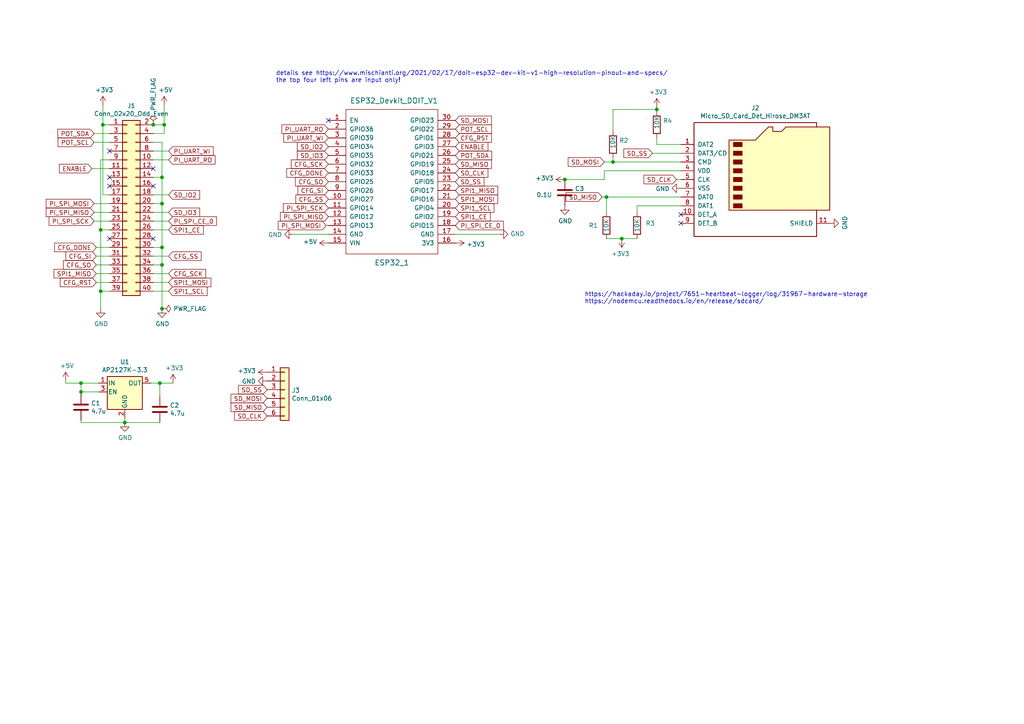
<source format=kicad_sch>
(kicad_sch (version 20211123) (generator eeschema)
  (paper "A4")
  (lib_symbols
    (symbol "Connector:Micro_SD_Card_Det_Hirose_DM3AT" (pin_names (offset 1.016))
      (property "Reference" "J" (at -16.51 17.78 0))
      (property "Value" "Micro_SD_Card_Det_Hirose_DM3AT" (at 16.51 17.78 0))
      (symbol "Micro_SD_Card_Det_Hirose_DM3AT_0_1"
        (rectangle (start -7.62 -6.985) (end -5.08 -8.255) (fill (type outline)))
        (rectangle (start -7.62 -4.445) (end -5.08 -5.715) (fill (type outline)))
        (rectangle (start -7.62 -1.905) (end -5.08 -3.175) (fill (type outline)))
        (rectangle (start -7.62 0.635) (end -5.08 -0.635) (fill (type outline)))
        (rectangle (start -7.62 3.175) (end -5.08 1.905) (fill (type outline)))
        (rectangle (start -7.62 5.715) (end -5.08 4.445) (fill (type outline)))
        (rectangle (start -7.62 8.255) (end -5.08 6.985) (fill (type outline)))
        (rectangle (start -7.62 10.795) (end -5.08 9.525) (fill (type outline)))
        (polyline (pts (xy 16.51 15.24) (xy 16.51 16.51) (xy -19.05 16.51) (xy -19.05 -16.51) (xy 16.51 -16.51) (xy 16.51 -8.89)) (stroke (width 0.254)))
        (polyline (pts (xy -8.89 -8.89) (xy -8.89 11.43) (xy -1.27 11.43) (xy 2.54 15.24) (xy 3.81 15.24) (xy 3.81 13.97) (xy 6.35 13.97) (xy 7.62 15.24) (xy 20.32 15.24) (xy 20.32 -8.89) (xy -8.89 -8.89)) (stroke (width 0.254)) (fill (type background)))
      )
      (symbol "Micro_SD_Card_Det_Hirose_DM3AT_1_1"
        (pin bidirectional line (at -22.86 10.16 0) (length 3.81) (name "DAT2") (number "1"))
        (pin passive line (at -22.86 -10.16 0) (length 3.81) (name "DET_A") (number "10"))
        (pin passive line (at 20.32 -12.7 180) (length 3.81) (name "SHIELD") (number "11"))
        (pin bidirectional line (at -22.86 7.62 0) (length 3.81) (name "DAT3/CD") (number "2"))
        (pin input line (at -22.86 5.08 0) (length 3.81) (name "CMD") (number "3"))
        (pin power_in line (at -22.86 2.54 0) (length 3.81) (name "VDD") (number "4"))
        (pin input line (at -22.86 0 0) (length 3.81) (name "CLK") (number "5"))
        (pin power_in line (at -22.86 -2.54 0) (length 3.81) (name "VSS") (number "6"))
        (pin bidirectional line (at -22.86 -5.08 0) (length 3.81) (name "DAT0") (number "7"))
        (pin bidirectional line (at -22.86 -7.62 0) (length 3.81) (name "DAT1") (number "8"))
        (pin passive line (at -22.86 -12.7 0) (length 3.81) (name "DET_B") (number "9"))
      )
    )
    (symbol "Connector_Generic:Conn_01x06" (pin_names (offset 1.016) hide)
      (property "Reference" "J" (at 0 7.62 0))
      (property "Value" "Conn_01x06" (at 0 -10.16 0))
      (symbol "Conn_01x06_1_1"
        (rectangle (start -1.27 -7.493) (end 0 -7.747) (stroke (width 0.1524)))
        (rectangle (start -1.27 -4.953) (end 0 -5.207) (stroke (width 0.1524)))
        (rectangle (start -1.27 -2.413) (end 0 -2.667) (stroke (width 0.1524)))
        (rectangle (start -1.27 0.127) (end 0 -0.127) (stroke (width 0.1524)))
        (rectangle (start -1.27 2.667) (end 0 2.413) (stroke (width 0.1524)))
        (rectangle (start -1.27 5.207) (end 0 4.953) (stroke (width 0.1524)))
        (rectangle (start -1.27 6.35) (end 1.27 -8.89) (stroke (width 0.254)) (fill (type background)))
        (pin passive line (at -5.08 5.08 0) (length 3.81) (name "Pin_1") (number "1"))
        (pin passive line (at -5.08 2.54 0) (length 3.81) (name "Pin_2") (number "2"))
        (pin passive line (at -5.08 0 0) (length 3.81) (name "Pin_3") (number "3"))
        (pin passive line (at -5.08 -2.54 0) (length 3.81) (name "Pin_4") (number "4"))
        (pin passive line (at -5.08 -5.08 0) (length 3.81) (name "Pin_5") (number "5"))
        (pin passive line (at -5.08 -7.62 0) (length 3.81) (name "Pin_6") (number "6"))
      )
    )
    (symbol "Connector_Generic:Conn_02x20_Odd_Even" (pin_names (offset 1.016) hide)
      (property "Reference" "J" (at 1.27 25.4 0))
      (property "Value" "Conn_02x20_Odd_Even" (at 1.27 -27.94 0))
      (symbol "Conn_02x20_Odd_Even_1_1"
        (rectangle (start -1.27 -25.273) (end 0 -25.527) (stroke (width 0.1524)))
        (rectangle (start -1.27 -22.733) (end 0 -22.987) (stroke (width 0.1524)))
        (rectangle (start -1.27 -20.193) (end 0 -20.447) (stroke (width 0.1524)))
        (rectangle (start -1.27 -17.653) (end 0 -17.907) (stroke (width 0.1524)))
        (rectangle (start -1.27 -15.113) (end 0 -15.367) (stroke (width 0.1524)))
        (rectangle (start -1.27 -12.573) (end 0 -12.827) (stroke (width 0.1524)))
        (rectangle (start -1.27 -10.033) (end 0 -10.287) (stroke (width 0.1524)))
        (rectangle (start -1.27 -7.493) (end 0 -7.747) (stroke (width 0.1524)))
        (rectangle (start -1.27 -4.953) (end 0 -5.207) (stroke (width 0.1524)))
        (rectangle (start -1.27 -2.413) (end 0 -2.667) (stroke (width 0.1524)))
        (rectangle (start -1.27 0.127) (end 0 -0.127) (stroke (width 0.1524)))
        (rectangle (start -1.27 2.667) (end 0 2.413) (stroke (width 0.1524)))
        (rectangle (start -1.27 5.207) (end 0 4.953) (stroke (width 0.1524)))
        (rectangle (start -1.27 7.747) (end 0 7.493) (stroke (width 0.1524)))
        (rectangle (start -1.27 10.287) (end 0 10.033) (stroke (width 0.1524)))
        (rectangle (start -1.27 12.827) (end 0 12.573) (stroke (width 0.1524)))
        (rectangle (start -1.27 15.367) (end 0 15.113) (stroke (width 0.1524)))
        (rectangle (start -1.27 17.907) (end 0 17.653) (stroke (width 0.1524)))
        (rectangle (start -1.27 20.447) (end 0 20.193) (stroke (width 0.1524)))
        (rectangle (start -1.27 22.987) (end 0 22.733) (stroke (width 0.1524)))
        (rectangle (start -1.27 24.13) (end 3.81 -26.67) (stroke (width 0.254)) (fill (type background)))
        (rectangle (start 3.81 -25.273) (end 2.54 -25.527) (stroke (width 0.1524)))
        (rectangle (start 3.81 -22.733) (end 2.54 -22.987) (stroke (width 0.1524)))
        (rectangle (start 3.81 -20.193) (end 2.54 -20.447) (stroke (width 0.1524)))
        (rectangle (start 3.81 -17.653) (end 2.54 -17.907) (stroke (width 0.1524)))
        (rectangle (start 3.81 -15.113) (end 2.54 -15.367) (stroke (width 0.1524)))
        (rectangle (start 3.81 -12.573) (end 2.54 -12.827) (stroke (width 0.1524)))
        (rectangle (start 3.81 -10.033) (end 2.54 -10.287) (stroke (width 0.1524)))
        (rectangle (start 3.81 -7.493) (end 2.54 -7.747) (stroke (width 0.1524)))
        (rectangle (start 3.81 -4.953) (end 2.54 -5.207) (stroke (width 0.1524)))
        (rectangle (start 3.81 -2.413) (end 2.54 -2.667) (stroke (width 0.1524)))
        (rectangle (start 3.81 0.127) (end 2.54 -0.127) (stroke (width 0.1524)))
        (rectangle (start 3.81 2.667) (end 2.54 2.413) (stroke (width 0.1524)))
        (rectangle (start 3.81 5.207) (end 2.54 4.953) (stroke (width 0.1524)))
        (rectangle (start 3.81 7.747) (end 2.54 7.493) (stroke (width 0.1524)))
        (rectangle (start 3.81 10.287) (end 2.54 10.033) (stroke (width 0.1524)))
        (rectangle (start 3.81 12.827) (end 2.54 12.573) (stroke (width 0.1524)))
        (rectangle (start 3.81 15.367) (end 2.54 15.113) (stroke (width 0.1524)))
        (rectangle (start 3.81 17.907) (end 2.54 17.653) (stroke (width 0.1524)))
        (rectangle (start 3.81 20.447) (end 2.54 20.193) (stroke (width 0.1524)))
        (rectangle (start 3.81 22.987) (end 2.54 22.733) (stroke (width 0.1524)))
        (pin passive line (at -5.08 22.86 0) (length 3.81) (name "Pin_1") (number "1"))
        (pin passive line (at 7.62 12.7 180) (length 3.81) (name "Pin_10") (number "10"))
        (pin passive line (at -5.08 10.16 0) (length 3.81) (name "Pin_11") (number "11"))
        (pin passive line (at 7.62 10.16 180) (length 3.81) (name "Pin_12") (number "12"))
        (pin passive line (at -5.08 7.62 0) (length 3.81) (name "Pin_13") (number "13"))
        (pin passive line (at 7.62 7.62 180) (length 3.81) (name "Pin_14") (number "14"))
        (pin passive line (at -5.08 5.08 0) (length 3.81) (name "Pin_15") (number "15"))
        (pin passive line (at 7.62 5.08 180) (length 3.81) (name "Pin_16") (number "16"))
        (pin passive line (at -5.08 2.54 0) (length 3.81) (name "Pin_17") (number "17"))
        (pin passive line (at 7.62 2.54 180) (length 3.81) (name "Pin_18") (number "18"))
        (pin passive line (at -5.08 0 0) (length 3.81) (name "Pin_19") (number "19"))
        (pin passive line (at 7.62 22.86 180) (length 3.81) (name "Pin_2") (number "2"))
        (pin passive line (at 7.62 0 180) (length 3.81) (name "Pin_20") (number "20"))
        (pin passive line (at -5.08 -2.54 0) (length 3.81) (name "Pin_21") (number "21"))
        (pin passive line (at 7.62 -2.54 180) (length 3.81) (name "Pin_22") (number "22"))
        (pin passive line (at -5.08 -5.08 0) (length 3.81) (name "Pin_23") (number "23"))
        (pin passive line (at 7.62 -5.08 180) (length 3.81) (name "Pin_24") (number "24"))
        (pin passive line (at -5.08 -7.62 0) (length 3.81) (name "Pin_25") (number "25"))
        (pin passive line (at 7.62 -7.62 180) (length 3.81) (name "Pin_26") (number "26"))
        (pin passive line (at -5.08 -10.16 0) (length 3.81) (name "Pin_27") (number "27"))
        (pin passive line (at 7.62 -10.16 180) (length 3.81) (name "Pin_28") (number "28"))
        (pin passive line (at -5.08 -12.7 0) (length 3.81) (name "Pin_29") (number "29"))
        (pin passive line (at -5.08 20.32 0) (length 3.81) (name "Pin_3") (number "3"))
        (pin passive line (at 7.62 -12.7 180) (length 3.81) (name "Pin_30") (number "30"))
        (pin passive line (at -5.08 -15.24 0) (length 3.81) (name "Pin_31") (number "31"))
        (pin passive line (at 7.62 -15.24 180) (length 3.81) (name "Pin_32") (number "32"))
        (pin passive line (at -5.08 -17.78 0) (length 3.81) (name "Pin_33") (number "33"))
        (pin passive line (at 7.62 -17.78 180) (length 3.81) (name "Pin_34") (number "34"))
        (pin passive line (at -5.08 -20.32 0) (length 3.81) (name "Pin_35") (number "35"))
        (pin passive line (at 7.62 -20.32 180) (length 3.81) (name "Pin_36") (number "36"))
        (pin passive line (at -5.08 -22.86 0) (length 3.81) (name "Pin_37") (number "37"))
        (pin passive line (at 7.62 -22.86 180) (length 3.81) (name "Pin_38") (number "38"))
        (pin passive line (at -5.08 -25.4 0) (length 3.81) (name "Pin_39") (number "39"))
        (pin passive line (at 7.62 20.32 180) (length 3.81) (name "Pin_4") (number "4"))
        (pin passive line (at 7.62 -25.4 180) (length 3.81) (name "Pin_40") (number "40"))
        (pin passive line (at -5.08 17.78 0) (length 3.81) (name "Pin_5") (number "5"))
        (pin passive line (at 7.62 17.78 180) (length 3.81) (name "Pin_6") (number "6"))
        (pin passive line (at -5.08 15.24 0) (length 3.81) (name "Pin_7") (number "7"))
        (pin passive line (at 7.62 15.24 180) (length 3.81) (name "Pin_8") (number "8"))
        (pin passive line (at -5.08 12.7 0) (length 3.81) (name "Pin_9") (number "9"))
      )
    )
    (symbol "Device:C" (pin_numbers hide) (pin_names (offset 0.254))
      (property "Reference" "C" (at 0.635 2.54 0))
      (property "Value" "C" (at 0.635 -2.54 0))
      (symbol "C_0_1"
        (polyline (pts (xy -2.032 -0.762) (xy 2.032 -0.762)) (stroke (width 0.508)))
        (polyline (pts (xy -2.032 0.762) (xy 2.032 0.762)) (stroke (width 0.508)))
      )
      (symbol "C_1_1"
        (pin passive line (at 0 3.81 270) (length 2.794) (name "~") (number "1"))
        (pin passive line (at 0 -3.81 90) (length 2.794) (name "~") (number "2"))
      )
    )
    (symbol "Device:R" (pin_numbers hide) (pin_names (offset 0))
      (property "Reference" "R" (at 2.032 0 90))
      (property "Value" "R" (at 0 0 90))
      (symbol "R_0_1"
        (rectangle (start -1.016 -2.54) (end 1.016 2.54) (stroke (width 0.254)))
      )
      (symbol "R_1_1"
        (pin passive line (at 0 3.81 270) (length 1.27) (name "~") (number "1"))
        (pin passive line (at 0 -3.81 90) (length 1.27) (name "~") (number "2"))
      )
    )
    (symbol "ESP32_Shield:ESP32_Devkit_DOIT_V1" (pin_names (offset 1.016))
      (property "Reference" "ESP32" (at 0 -24.765 0))
      (property "Value" "ESP32_Devkit_DOIT_V1" (at 0.635 22.225 0))
      (symbol "ESP32_Devkit_DOIT_V1_0_1"
        (rectangle (start -13.335 19.685) (end 13.335 -22.225))
      )
      (symbol "ESP32_Devkit_DOIT_V1_1_1"
        (pin input line (at -18.415 16.51 0) (length 5.08) (name "EN") (number "1"))
        (pin bidirectional line (at -18.415 -6.35 0) (length 5.08) (name "GPIO27") (number "10"))
        (pin bidirectional line (at -18.415 -8.89 0) (length 5.08) (name "GPIO14") (number "11"))
        (pin bidirectional line (at -18.415 -11.43 0) (length 5.08) (name "GPIO12") (number "12"))
        (pin bidirectional line (at -18.415 -13.97 0) (length 5.08) (name "GPIO13") (number "13"))
        (pin input line (at -18.415 -16.51 0) (length 5.08) (name "GND") (number "14"))
        (pin input line (at -18.415 -19.05 0) (length 5.08) (name "VIN") (number "15"))
        (pin input line (at 18.415 -19.05 180) (length 5.08) (name "3V3") (number "16"))
        (pin input line (at 18.415 -16.51 180) (length 5.08) (name "GND") (number "17"))
        (pin bidirectional line (at 18.415 -13.97 180) (length 5.08) (name "GPIO15") (number "18"))
        (pin bidirectional line (at 18.415 -11.43 180) (length 5.08) (name "GPIO2") (number "19"))
        (pin bidirectional line (at -18.415 13.97 0) (length 5.08) (name "GPIO36") (number "2"))
        (pin bidirectional line (at 18.415 -8.89 180) (length 5.08) (name "GPIO4") (number "20"))
        (pin bidirectional line (at 18.415 -6.35 180) (length 5.08) (name "GPIO16") (number "21"))
        (pin bidirectional line (at 18.415 -3.81 180) (length 5.08) (name "GPIO17") (number "22"))
        (pin bidirectional line (at 18.415 -1.27 180) (length 5.08) (name "GPIO5") (number "23"))
        (pin bidirectional line (at 18.415 1.27 180) (length 5.08) (name "GPIO18") (number "24"))
        (pin bidirectional line (at 18.415 3.81 180) (length 5.08) (name "GPIO19") (number "25"))
        (pin bidirectional line (at 18.415 6.35 180) (length 5.08) (name "GPIO21") (number "26"))
        (pin bidirectional line (at 18.415 8.89 180) (length 5.08) (name "GPIO3") (number "27"))
        (pin bidirectional line (at 18.415 11.43 180) (length 5.08) (name "GPIO1") (number "28"))
        (pin bidirectional line (at 18.415 13.97 180) (length 5.08) (name "GPIO22") (number "29"))
        (pin bidirectional line (at -18.415 11.43 0) (length 5.08) (name "GPIO39") (number "3"))
        (pin bidirectional line (at 18.415 16.51 180) (length 5.08) (name "GPIO23") (number "30"))
        (pin bidirectional line (at -18.415 8.89 0) (length 5.08) (name "GPIO34") (number "4"))
        (pin bidirectional line (at -18.415 6.35 0) (length 5.08) (name "GPIO35") (number "5"))
        (pin bidirectional line (at -18.415 3.81 0) (length 5.08) (name "GPIO32") (number "6"))
        (pin bidirectional line (at -18.415 1.27 0) (length 5.08) (name "GPIO33") (number "7"))
        (pin bidirectional line (at -18.415 -1.27 0) (length 5.08) (name "GPIO25") (number "8"))
        (pin bidirectional line (at -18.415 -3.81 0) (length 5.08) (name "GPIO26") (number "9"))
      )
    )
    (symbol "Regulator_Linear:TLV70012_SOT23-5" (pin_names (offset 0.254))
      (property "Reference" "U" (at -3.81 5.715 0))
      (property "Value" "TLV70012_SOT23-5" (at 0 5.715 0))
      (symbol "TLV70012_SOT23-5_0_1"
        (rectangle (start -5.08 4.445) (end 5.08 -5.08) (stroke (width 0.254)) (fill (type background)))
      )
      (symbol "TLV70012_SOT23-5_1_1"
        (pin power_in line (at -7.62 2.54 0) (length 2.54) (name "IN") (number "1"))
        (pin power_in line (at 0 -7.62 90) (length 2.54) (name "GND") (number "2"))
        (pin input line (at -7.62 0 0) (length 2.54) (name "EN") (number "3"))
        (pin no_connect line (at 5.08 0 180) (length 2.54) hide (name "NC") (number "4"))
        (pin power_out line (at 7.62 2.54 180) (length 2.54) (name "OUT") (number "5"))
      )
    )
    (symbol "power:+3.3V" (power) (pin_names (offset 0))
      (property "Value" "+3.3V" (at 0 3.556 0))
      (symbol "+3.3V_0_1"
        (polyline (pts (xy -0.762 1.27) (xy 0 2.54)))
        (polyline (pts (xy 0 0) (xy 0 2.54)))
        (polyline (pts (xy 0 2.54) (xy 0.762 1.27)))
      )
      (symbol "+3.3V_1_1"
        (pin power_in line (at 0 0 90) (length 0) hide (name "+3V3") (number "1"))
      )
    )
    (symbol "power:+3V3" (power) (pin_names (offset 0))
      (property "Value" "+3V3" (at 0 3.556 0))
      (symbol "+3V3_0_1"
        (polyline (pts (xy -0.762 1.27) (xy 0 2.54)))
        (polyline (pts (xy 0 0) (xy 0 2.54)))
        (polyline (pts (xy 0 2.54) (xy 0.762 1.27)))
      )
      (symbol "+3V3_1_1"
        (pin power_in line (at 0 0 90) (length 0) hide (name "+3V3") (number "1"))
      )
    )
    (symbol "power:+5V" (power) (pin_names (offset 0))
      (property "Value" "+5V" (at 0 3.556 0))
      (symbol "+5V_0_1"
        (polyline (pts (xy -0.762 1.27) (xy 0 2.54)))
        (polyline (pts (xy 0 0) (xy 0 2.54)))
        (polyline (pts (xy 0 2.54) (xy 0.762 1.27)))
      )
      (symbol "+5V_1_1"
        (pin power_in line (at 0 0 90) (length 0) hide (name "+5V") (number "1"))
      )
    )
    (symbol "power:GND" (power) (pin_names (offset 0))
      (property "Value" "GND" (at 0 -3.81 0))
      (symbol "GND_0_1"
        (polyline (pts (xy 0 0) (xy 0 -1.27) (xy 1.27 -1.27) (xy 0 -2.54) (xy -1.27 -1.27) (xy 0 -1.27)))
      )
      (symbol "GND_1_1"
        (pin power_in line (at 0 0 270) (length 0) hide (name "GND") (number "1"))
      )
    )
    (symbol "power:PWR_FLAG" (power) (pin_numbers hide) (pin_names (offset 0) hide)
      (property "Value" "PWR_FLAG" (at 0 3.81 0))
      (symbol "PWR_FLAG_0_0"
        (pin power_out line (at 0 0 90) (length 0) (name "pwr") (number "1"))
      )
      (symbol "PWR_FLAG_0_1"
        (polyline (pts (xy 0 0) (xy 0 1.27) (xy -1.016 1.905) (xy 0 2.54) (xy 1.016 1.905) (xy 0 1.27)))
      )
    )
  )
  (junction (at 29.21 66.675))
  (junction (at 175.895 57.15))
  (junction (at 36.195 122.555))
  (junction (at 46.99 76.835))
  (junction (at 47.625 36.195))
  (junction (at 180.34 69.215))
  (junction (at 46.99 71.755))
  (junction (at 29.845 36.195))
  (junction (at 29.21 84.455))
  (junction (at 163.83 52.07))
  (junction (at 190.5 31.75))
  (junction (at 177.8 46.99))
  (junction (at 46.99 51.435))
  (junction (at 23.495 111.125))
  (junction (at 23.495 113.665))
  (junction (at 46.355 111.125))
  (junction (at 46.99 89.535))
  (junction (at 46.99 59.055))
  (junction (at 44.45 36.195))
  (no_connect (at 31.75 69.215))
  (no_connect (at 44.45 48.895))
  (no_connect (at 31.75 43.815))
  (no_connect (at 197.485 62.23))
  (no_connect (at 44.45 53.975))
  (no_connect (at 44.45 69.215))
  (no_connect (at 31.75 53.975))
  (no_connect (at 95.25 34.925))
  (no_connect (at 197.485 64.77))
  (no_connect (at 31.75 51.435))
  (wire (pts (xy 29.845 36.195) (xy 29.845 56.515)))
  (wire (pts (xy 190.5 31.115) (xy 190.5 31.75)))
  (wire (pts (xy 36.195 122.555) (xy 23.495 122.555)))
  (wire (pts (xy 27.305 41.275) (xy 31.75 41.275)))
  (wire (pts (xy 26.67 48.895) (xy 31.75 48.895)))
  (wire (pts (xy 44.45 64.135) (xy 48.895 64.135)))
  (wire (pts (xy 36.195 122.555) (xy 46.355 122.555)))
  (wire (pts (xy 23.495 114.3) (xy 23.495 113.665)))
  (wire (pts (xy 23.495 122.555) (xy 23.495 121.92)))
  (wire (pts (xy 184.785 59.69) (xy 197.485 59.69)))
  (wire (pts (xy 175.26 52.07) (xy 175.26 49.53)))
  (wire (pts (xy 46.99 41.275) (xy 46.99 51.435)))
  (wire (pts (xy 44.45 84.455) (xy 48.895 84.455)))
  (wire (pts (xy 29.21 84.455) (xy 29.21 89.535)))
  (wire (pts (xy 44.45 41.275) (xy 46.99 41.275)))
  (wire (pts (xy 27.94 74.295) (xy 31.75 74.295)))
  (wire (pts (xy 44.45 74.295) (xy 48.895 74.295)))
  (wire (pts (xy 29.845 30.48) (xy 29.845 36.195)))
  (wire (pts (xy 175.895 57.15) (xy 197.485 57.15)))
  (wire (pts (xy 190.5 40.005) (xy 190.5 41.91)))
  (wire (pts (xy 46.99 51.435) (xy 44.45 51.435)))
  (wire (pts (xy 44.45 66.675) (xy 48.895 66.675)))
  (wire (pts (xy 27.305 38.735) (xy 31.75 38.735)))
  (wire (pts (xy 44.45 81.915) (xy 48.895 81.915)))
  (wire (pts (xy 44.45 56.515) (xy 48.895 56.515)))
  (wire (pts (xy 29.21 46.355) (xy 29.21 66.675)))
  (wire (pts (xy 47.625 36.195) (xy 47.625 38.735)))
  (wire (pts (xy 177.8 38.1) (xy 177.8 31.75)))
  (wire (pts (xy 163.83 52.07) (xy 175.26 52.07)))
  (wire (pts (xy 184.785 61.595) (xy 184.785 59.69)))
  (wire (pts (xy 177.8 45.72) (xy 177.8 46.99)))
  (wire (pts (xy 23.495 111.125) (xy 19.05 111.125)))
  (wire (pts (xy 46.355 114.935) (xy 46.355 111.125)))
  (wire (pts (xy 46.355 111.125) (xy 50.165 111.125)))
  (wire (pts (xy 27.305 59.055) (xy 31.75 59.055)))
  (wire (pts (xy 94.615 65.405) (xy 95.25 65.405)))
  (wire (pts (xy 44.45 79.375) (xy 48.895 79.375)))
  (wire (pts (xy 29.21 84.455) (xy 31.75 84.455)))
  (wire (pts (xy 46.99 51.435) (xy 46.99 59.055)))
  (wire (pts (xy 29.21 66.675) (xy 29.21 84.455)))
  (wire (pts (xy 174.625 57.15) (xy 175.895 57.15)))
  (wire (pts (xy 175.895 69.215) (xy 180.34 69.215)))
  (wire (pts (xy 46.99 71.755) (xy 46.99 76.835)))
  (wire (pts (xy 175.895 61.595) (xy 175.895 57.15)))
  (wire (pts (xy 23.495 113.665) (xy 23.495 111.125)))
  (wire (pts (xy 180.34 69.215) (xy 184.785 69.215)))
  (wire (pts (xy 190.5 31.75) (xy 190.5 32.385)))
  (wire (pts (xy 175.26 49.53) (xy 197.485 49.53)))
  (wire (pts (xy 43.815 111.125) (xy 46.355 111.125)))
  (wire (pts (xy 177.8 46.99) (xy 175.26 46.99)))
  (wire (pts (xy 190.5 41.91) (xy 197.485 41.91)))
  (wire (pts (xy 44.45 61.595) (xy 48.895 61.595)))
  (wire (pts (xy 31.75 46.355) (xy 29.21 46.355)))
  (wire (pts (xy 27.305 64.135) (xy 31.75 64.135)))
  (wire (pts (xy 47.625 30.48) (xy 47.625 36.195)))
  (wire (pts (xy 27.94 76.835) (xy 31.75 76.835)))
  (wire (pts (xy 47.625 36.195) (xy 44.45 36.195)))
  (wire (pts (xy 44.45 59.055) (xy 46.99 59.055)))
  (wire (pts (xy 36.195 122.555) (xy 36.195 121.285)))
  (wire (pts (xy 29.845 36.195) (xy 31.75 36.195)))
  (wire (pts (xy 196.215 52.07) (xy 197.485 52.07)))
  (wire (pts (xy 46.99 59.055) (xy 46.99 71.755)))
  (wire (pts (xy 27.305 61.595) (xy 31.75 61.595)))
  (wire (pts (xy 46.99 71.755) (xy 44.45 71.755)))
  (wire (pts (xy 46.99 76.835) (xy 44.45 76.835)))
  (wire (pts (xy 132.08 67.945) (xy 144.78 67.945)))
  (wire (pts (xy 19.05 111.125) (xy 19.05 110.49)))
  (wire (pts (xy 29.21 66.675) (xy 31.75 66.675)))
  (wire (pts (xy 27.94 71.755) (xy 31.75 71.755)))
  (wire (pts (xy 44.45 43.815) (xy 48.895 43.815)))
  (wire (pts (xy 47.625 38.735) (xy 44.45 38.735)))
  (wire (pts (xy 177.8 31.75) (xy 190.5 31.75)))
  (wire (pts (xy 27.94 81.915) (xy 31.75 81.915)))
  (wire (pts (xy 23.495 111.125) (xy 28.575 111.125)))
  (wire (pts (xy 27.94 79.375) (xy 31.75 79.375)))
  (wire (pts (xy 46.99 76.835) (xy 46.99 89.535)))
  (wire (pts (xy 85.09 67.945) (xy 95.25 67.945)))
  (wire (pts (xy 29.845 56.515) (xy 31.75 56.515)))
  (wire (pts (xy 197.485 44.45) (xy 189.23 44.45)))
  (wire (pts (xy 44.45 46.355) (xy 48.895 46.355)))
  (wire (pts (xy 197.485 46.99) (xy 177.8 46.99)))
  (wire (pts (xy 23.495 113.665) (xy 28.575 113.665)))
  (text "details see https://www.mischianti.org/2021/02/17/doit-esp32-dev-kit-v1-high-resolution-pinout-and-specs/\nthe top four left pins are input only!" (at 80.01 24.13 0) (effects (font (size 1.27 1.27)) (justify left bottom)))
  (text "https://hackaday.io/project/7651-heartbeat-logger/log/31967-hardware-storage\nhttps://nodemcu.readthedocs.io/en/release/sdcard/" (at 169.545 88.265 0) (effects (font (size 1.27 1.27)) (justify left bottom)))
  (global_label "POT_SDA" (shape input) (at 27.305 38.735 180) (property "Intersheet References" "${INTERSHEET_REFS}" (effects hide)))
  (global_label "SD_IO3" (shape input) (at 95.25 45.085 180) (property "Intersheet References" "${INTERSHEET_REFS}" (effects hide)))
  (global_label "SD_SS" (shape input) (at 189.23 44.45 180) (property "Intersheet References" "${INTERSHEET_REFS}" (effects hide)))
  (global_label "ENABLE" (shape input) (at 132.08 42.545 0) (property "Intersheet References" "${INTERSHEET_REFS}" (effects hide)))
  (global_label "SD_MOSI" (shape input) (at 77.47 115.57 180) (property "Intersheet References" "${INTERSHEET_REFS}" (effects hide)))
  (global_label "POT_SDA" (shape input) (at 132.08 45.085 0) (property "Intersheet References" "${INTERSHEET_REFS}" (effects hide)))
  (global_label "SD_MISO" (shape input) (at 132.08 47.625 0) (property "Intersheet References" "${INTERSHEET_REFS}" (effects hide)))
  (global_label "SD_MISO" (shape input) (at 77.47 118.11 180) (property "Intersheet References" "${INTERSHEET_REFS}" (effects hide)))
  (global_label "PI_SPI_SCK" (shape input) (at 95.25 60.325 180) (property "Intersheet References" "${INTERSHEET_REFS}" (effects hide)))
  (global_label "SD_CLK" (shape input) (at 132.08 50.165 0) (property "Intersheet References" "${INTERSHEET_REFS}" (effects hide)))
  (global_label "SD_IO3" (shape input) (at 48.895 61.595 0) (property "Intersheet References" "${INTERSHEET_REFS}" (effects hide)))
  (global_label "CFG_RST" (shape input) (at 132.08 40.005 0) (property "Intersheet References" "${INTERSHEET_REFS}" (effects hide)))
  (global_label "SPI1_CE" (shape input) (at 132.08 62.865 0) (property "Intersheet References" "${INTERSHEET_REFS}" (effects hide)))
  (global_label "CFG_SCK" (shape input) (at 48.895 79.375 0) (property "Intersheet References" "${INTERSHEET_REFS}" (effects hide)))
  (global_label "SD_CLK" (shape input) (at 196.215 52.07 180) (property "Intersheet References" "${INTERSHEET_REFS}" (effects hide)))
  (global_label "CFG_SO" (shape input) (at 95.25 52.705 180) (property "Intersheet References" "${INTERSHEET_REFS}" (effects hide)))
  (global_label "PI_SPI_MISO" (shape input) (at 27.305 61.595 180) (property "Intersheet References" "${INTERSHEET_REFS}" (effects hide)))
  (global_label "POT_SCL" (shape input) (at 132.08 37.465 0) (property "Intersheet References" "${INTERSHEET_REFS}" (effects hide)))
  (global_label "CFG_SO" (shape input) (at 27.94 76.835 180) (property "Intersheet References" "${INTERSHEET_REFS}" (effects hide)))
  (global_label "PI_SPI_MOSI" (shape input) (at 27.305 59.055 180) (property "Intersheet References" "${INTERSHEET_REFS}" (effects hide)))
  (global_label "PI_UART_RO" (shape input) (at 48.895 46.355 0) (property "Intersheet References" "${INTERSHEET_REFS}" (effects hide)))
  (global_label "CFG_DONE" (shape input) (at 95.25 50.165 180) (property "Intersheet References" "${INTERSHEET_REFS}" (effects hide)))
  (global_label "SD_SS" (shape input) (at 77.47 113.03 180) (property "Intersheet References" "${INTERSHEET_REFS}" (effects hide)))
  (global_label "SD_IO2" (shape input) (at 95.25 42.545 180) (property "Intersheet References" "${INTERSHEET_REFS}" (effects hide)))
  (global_label "SPI1_SCL" (shape input) (at 132.08 60.325 0) (property "Intersheet References" "${INTERSHEET_REFS}" (effects hide)))
  (global_label "CFG_SI" (shape input) (at 27.94 74.295 180) (property "Intersheet References" "${INTERSHEET_REFS}" (effects hide)))
  (global_label "SD_MOSI" (shape input) (at 175.26 46.99 180) (property "Intersheet References" "${INTERSHEET_REFS}" (effects hide)))
  (global_label "SPI1_MOSI" (shape input) (at 48.895 81.915 0) (property "Intersheet References" "${INTERSHEET_REFS}" (effects hide)))
  (global_label "SD_CLK" (shape input) (at 77.47 120.65 180) (property "Intersheet References" "${INTERSHEET_REFS}" (effects hide)))
  (global_label "PI_SPI_MISO" (shape input) (at 95.25 62.865 180) (property "Intersheet References" "${INTERSHEET_REFS}" (effects hide)))
  (global_label "PI_SPI_MOSI" (shape input) (at 94.615 65.405 180) (property "Intersheet References" "${INTERSHEET_REFS}" (effects hide)))
  (global_label "SPI1_MISO" (shape input) (at 132.08 55.245 0) (property "Intersheet References" "${INTERSHEET_REFS}" (effects hide)))
  (global_label "SPI1_CE" (shape input) (at 48.895 66.675 0) (property "Intersheet References" "${INTERSHEET_REFS}" (effects hide)))
  (global_label "SPI1_MISO" (shape input) (at 27.94 79.375 180) (property "Intersheet References" "${INTERSHEET_REFS}" (effects hide)))
  (global_label "POT_SCL" (shape input) (at 27.305 41.275 180) (property "Intersheet References" "${INTERSHEET_REFS}" (effects hide)))
  (global_label "SD_SS" (shape input) (at 132.08 52.705 0) (property "Intersheet References" "${INTERSHEET_REFS}" (effects hide)))
  (global_label "SD_MOSI" (shape input) (at 132.08 34.925 0) (property "Intersheet References" "${INTERSHEET_REFS}" (effects hide)))
  (global_label "CFG_SI" (shape input) (at 95.25 55.245 180) (property "Intersheet References" "${INTERSHEET_REFS}" (effects hide)))
  (global_label "PI_SPI_SCK" (shape input) (at 27.305 64.135 180) (property "Intersheet References" "${INTERSHEET_REFS}" (effects hide)))
  (global_label "SPI1_SCL" (shape input) (at 48.895 84.455 0) (property "Intersheet References" "${INTERSHEET_REFS}" (effects hide)))
  (global_label "ENABLE" (shape input) (at 26.67 48.895 180) (property "Intersheet References" "${INTERSHEET_REFS}" (effects hide)))
  (global_label "SD_MISO" (shape input) (at 174.625 57.15 180) (property "Intersheet References" "${INTERSHEET_REFS}" (effects hide)))
  (global_label "CFG_SS" (shape input) (at 48.895 74.295 0) (property "Intersheet References" "${INTERSHEET_REFS}" (effects hide)))
  (global_label "CFG_SS" (shape input) (at 95.25 57.785 180) (property "Intersheet References" "${INTERSHEET_REFS}" (effects hide)))
  (global_label "PI_UART_RO" (shape input) (at 95.25 37.465 180) (property "Intersheet References" "${INTERSHEET_REFS}" (effects hide)))
  (global_label "CFG_RST" (shape input) (at 27.94 81.915 180) (property "Intersheet References" "${INTERSHEET_REFS}" (effects hide)))
  (global_label "SPI1_MOSI" (shape input) (at 132.08 57.785 0) (property "Intersheet References" "${INTERSHEET_REFS}" (effects hide)))
  (global_label "CFG_SCK" (shape input) (at 95.25 47.625 180) (property "Intersheet References" "${INTERSHEET_REFS}" (effects hide)))
  (global_label "CFG_DONE" (shape input) (at 27.94 71.755 180) (property "Intersheet References" "${INTERSHEET_REFS}" (effects hide)))
  (global_label "PI_SPI_CE_0" (shape input) (at 48.895 64.135 0) (property "Intersheet References" "${INTERSHEET_REFS}" (effects hide)))
  (global_label "PI_UART_WI" (shape input) (at 95.25 40.005 180) (property "Intersheet References" "${INTERSHEET_REFS}" (effects hide)))
  (global_label "PI_SPI_CE_0" (shape input) (at 132.08 65.405 0) (property "Intersheet References" "${INTERSHEET_REFS}" (effects hide)))
  (global_label "SD_IO2" (shape input) (at 48.895 56.515 0) (property "Intersheet References" "${INTERSHEET_REFS}" (effects hide)))
  (global_label "PI_UART_WI" (shape input) (at 48.895 43.815 0) (property "Intersheet References" "${INTERSHEET_REFS}" (effects hide)))
  (symbol (lib_id "ESP32_Shield:ESP32_Devkit_DOIT_V1") (at 113.665 51.435 0) (unit 1)
    (property "Reference" "ESP32_1" (at 113.665 76.2 0) (effects (font (size 1.524 1.524))))
    (property "Value" "ESP32_Devkit_DOIT_V1" (at 114.3 29.21 0) (effects (font (size 1.524 1.524))))
    (property "Footprint" "ESP32_Shield:ESP32_Devkit_DOIT_V1" (effects hide))
  )
  (symbol (lib_id "Regulator_Linear:TLV70012_SOT23-5") (at 36.195 113.665 0) (unit 1)
    (property "Reference" "U1" (at 36.195 104.9782 0))
    (property "Value" "AP2127K-3.3" (at 36.195 107.2896 0))
    (property "Footprint" "Package_TO_SOT_SMD:SOT-23-5" (effects hide))
    (property "Datasheet" "https://www.diodes.com/assets/Datasheets/AP2127.pdf" (effects hide))
  )
  (symbol (lib_id "power:+5V") (at 19.05 110.49 0) (unit 1)
    (property "Reference" "#PWR01" (effects hide))
    (property "Value" "+5V" (at 19.431 106.0958 0))
  )
  (symbol (lib_id "power:GND") (at 36.195 122.555 0) (unit 1)
    (property "Reference" "#PWR02" (effects hide))
    (property "Value" "GND" (at 36.322 126.9492 0))
  )
  (symbol (lib_id "Device:C") (at 23.495 118.11 0) (unit 1)
    (property "Reference" "C1" (at 26.416 116.9416 0) (effects (justify left)))
    (property "Value" "4.7u" (at 26.416 119.253 0) (effects (justify left)))
    (property "Footprint" "Capacitor_SMD:C_0805_2012Metric_Pad1.18x1.45mm_HandSolder" (effects hide))
  )
  (symbol (lib_id "Device:C") (at 46.355 118.745 0) (unit 1)
    (property "Reference" "C2" (at 49.276 117.5766 0) (effects (justify left)))
    (property "Value" "4.7u" (at 49.276 119.888 0) (effects (justify left)))
    (property "Footprint" "Capacitor_SMD:C_0805_2012Metric_Pad1.18x1.45mm_HandSolder" (effects hide))
  )
  (symbol (lib_id "power:+3.3V") (at 50.165 111.125 0) (unit 1)
    (property "Reference" "#PWR03" (effects hide))
    (property "Value" "+3.3V" (at 50.546 106.7308 0))
  )
  (symbol (lib_id "power:GND") (at 77.47 110.49 270) (unit 1)
    (property "Reference" "#PWR0108" (effects hide))
    (property "Value" "GND" (at 74.2188 110.617 90) (effects (justify right)))
  )
  (symbol (lib_id "power:+3.3V") (at 77.47 107.95 90) (unit 1)
    (property "Reference" "#PWR0109" (effects hide))
    (property "Value" "+3.3V" (at 74.2188 107.569 90) (effects (justify left)))
  )
  (symbol (lib_id "Connector_Generic:Conn_02x20_Odd_Even") (at 36.83 59.055 0) (unit 1)
    (property "Reference" "J1" (at 38.1 30.6832 0))
    (property "Value" "Conn_02x20_Odd_Even" (at 38.1 32.9946 0))
    (property "Footprint" "Connector_PinHeader_2.54mm:PinHeader_2x20_P2.54mm_Vertical" (effects hide))
  )
  (symbol (lib_id "power:GND") (at 46.99 89.535 0) (unit 1)
    (property "Reference" "#PWR0101" (effects hide))
    (property "Value" "GND" (at 47.117 93.9292 0))
  )
  (symbol (lib_id "power:GND") (at 29.21 89.535 0) (unit 1)
    (property "Reference" "#PWR0102" (effects hide))
    (property "Value" "GND" (at 29.337 93.9292 0))
  )
  (symbol (lib_id "power:PWR_FLAG") (at 46.99 89.535 270) (unit 1)
    (property "Reference" "#FLG0103" (effects hide))
    (property "Value" "PWR_FLAG" (at 50.2412 89.535 90) (effects (justify left)))
  )
  (symbol (lib_id "power:+5V") (at 47.625 30.48 0) (unit 1)
    (property "Reference" "#PWR0103" (effects hide))
    (property "Value" "+5V" (at 48.006 26.0858 0))
  )
  (symbol (lib_id "power:+3.3V") (at 29.845 30.48 0) (unit 1)
    (property "Reference" "#PWR0104" (effects hide))
    (property "Value" "+3.3V" (at 30.226 26.0858 0))
  )
  (symbol (lib_id "power:PWR_FLAG") (at 44.45 36.195 0) (unit 1)
    (property "Reference" "#FLG0101" (effects hide))
    (property "Value" "PWR_FLAG" (at 44.45 27.305 90))
  )
  (symbol (lib_id "power:GND") (at 144.78 67.945 90) (unit 1)
    (property "Reference" "#PWR0105" (effects hide))
    (property "Value" "GND" (at 148.0312 67.818 90) (effects (justify right)))
  )
  (symbol (lib_id "power:GND") (at 240.665 64.77 90) (unit 1)
    (property "Reference" "#PWR0110" (effects hide))
    (property "Value" "GND" (at 245.0592 64.643 0))
  )
  (symbol (lib_id "power:GND") (at 85.09 67.945 270) (unit 1)
    (property "Reference" "#PWR0106" (effects hide))
    (property "Value" "GND" (at 81.8388 68.072 90) (effects (justify right)))
  )
  (symbol (lib_id "power:+5V") (at 95.25 70.485 90) (unit 1)
    (property "Reference" "#PWR0107" (effects hide))
    (property "Value" "+5V" (at 91.9988 70.104 90) (effects (justify left)))
  )
  (symbol (lib_id "Connector:Micro_SD_Card_Det_Hirose_DM3AT") (at 220.345 52.07 0) (unit 1)
    (property "Reference" "J2" (at 219.075 31.3182 0))
    (property "Value" "Micro_SD_Card_Det_Hirose_DM3AT" (at 219.075 33.6296 0))
    (property "Footprint" "ESP32_Shield:microSD_HC_Hirose_DM3AT-SF-PEJM5" (effects hide))
    (property "Datasheet" "https://www.hirose.com/product/en/download_file/key_name/DM3/category/Catalog/doc_file_id/49662/?file_category_id=4&item_id=195&is_series=1" (effects hide))
  )
  (symbol (lib_id "Connector_Generic:Conn_01x06") (at 82.55 113.03 0) (unit 1)
    (property "Reference" "J3" (at 84.582 113.2332 0) (effects (justify left)))
    (property "Value" "Conn_01x06" (at 84.582 115.5446 0) (effects (justify left)))
    (property "Footprint" "Connector_PinHeader_2.54mm:PinHeader_1x06_P2.54mm_Vertical" (effects hide))
  )
  (symbol (lib_id "power:+3V3") (at 132.08 70.485 270) (unit 1)
    (property "Reference" "#PWR04" (effects hide))
    (property "Value" "+3V3" (at 135.3312 70.866 90) (effects (justify left)))
  )
  (symbol (lib_id "power:+3V3") (at 163.83 52.07 90) (unit 1)
    (property "Reference" "#PWR05" (effects hide))
    (property "Value" "+3V3" (at 160.5788 51.689 90) (effects (justify left)))
  )
  (symbol (lib_id "power:GND") (at 197.485 54.61 270) (unit 1)
    (property "Reference" "#PWR09" (effects hide))
    (property "Value" "GND" (at 194.2338 54.737 90) (effects (justify right)))
  )
  (symbol (lib_id "Device:R") (at 190.5 36.195 0) (unit 1)
    (property "Reference" "R4" (at 192.278 35.0266 0) (effects (justify left)))
    (property "Value" "10K" (at 190.5 37.465 90) (effects (justify left)))
    (property "Footprint" "Resistor_SMD:R_0805_2012Metric" (effects hide))
  )
  (symbol (lib_id "power:+3V3") (at 190.5 31.115 0) (unit 1)
    (property "Reference" "#PWR08" (effects hide))
    (property "Value" "+3V3" (at 190.881 26.7208 0))
  )
  (symbol (lib_id "Device:R") (at 184.785 65.405 0) (unit 1)
    (property "Reference" "R3" (at 188.595 64.77 0))
    (property "Value" "10K" (at 184.785 65.405 90))
    (property "Footprint" "Resistor_SMD:R_0805_2012Metric" (effects hide))
  )
  (symbol (lib_id "Device:R") (at 177.8 41.91 0) (unit 1)
    (property "Reference" "R2" (at 179.578 40.7416 0) (effects (justify left)))
    (property "Value" "10K" (at 177.8 43.18 90) (effects (justify left)))
    (property "Footprint" "Resistor_SMD:R_0805_2012Metric" (effects hide))
  )
  (symbol (lib_id "Device:R") (at 175.895 65.405 0) (unit 1)
    (property "Reference" "R1" (at 172.085 65.405 0))
    (property "Value" "10K" (at 175.895 65.405 90))
    (property "Footprint" "Resistor_SMD:R_0805_2012Metric" (effects hide))
  )
  (symbol (lib_id "power:+3V3") (at 180.34 69.215 180) (unit 1)
    (property "Reference" "#PWR07" (effects hide))
    (property "Value" "+3V3" (at 179.959 73.6092 0))
  )
  (symbol (lib_id "Device:C") (at 163.83 55.88 0) (unit 1)
    (property "Reference" "C3" (at 166.751 54.7116 0) (effects (justify left)))
    (property "Value" "0.1U" (at 155.575 56.515 0) (effects (justify left)))
    (property "Footprint" "Capacitor_SMD:C_0805_2012Metric_Pad1.18x1.45mm_HandSolder" (effects hide))
  )
  (symbol (lib_id "power:GND") (at 163.83 59.69 0) (unit 1)
    (property "Reference" "#PWR06" (effects hide))
    (property "Value" "GND" (at 163.957 64.0842 0))
  )
)
</source>
